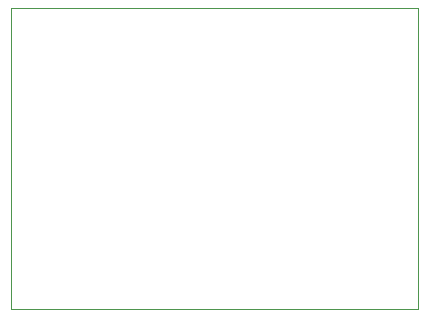
<source format=gbr>
G04 #@! TF.GenerationSoftware,KiCad,Pcbnew,8.0.6*
G04 #@! TF.CreationDate,2025-03-14T18:00:41+01:00*
G04 #@! TF.ProjectId,TENG_PCB,54454e47-5f50-4434-922e-6b696361645f,rev?*
G04 #@! TF.SameCoordinates,Original*
G04 #@! TF.FileFunction,Profile,NP*
%FSLAX46Y46*%
G04 Gerber Fmt 4.6, Leading zero omitted, Abs format (unit mm)*
G04 Created by KiCad (PCBNEW 8.0.6) date 2025-03-14 18:00:41*
%MOMM*%
%LPD*%
G01*
G04 APERTURE LIST*
G04 #@! TA.AperFunction,Profile*
%ADD10C,0.050000*%
G04 #@! TD*
G04 APERTURE END LIST*
D10*
X125590000Y-66270000D02*
X160120000Y-66270000D01*
X160120000Y-91790000D01*
X125590000Y-91790000D01*
X125590000Y-66270000D01*
M02*

</source>
